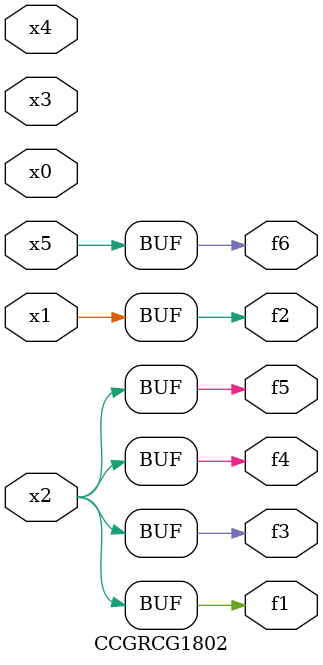
<source format=v>
module CCGRCG1802(
	input x0, x1, x2, x3, x4, x5,
	output f1, f2, f3, f4, f5, f6
);
	assign f1 = x2;
	assign f2 = x1;
	assign f3 = x2;
	assign f4 = x2;
	assign f5 = x2;
	assign f6 = x5;
endmodule

</source>
